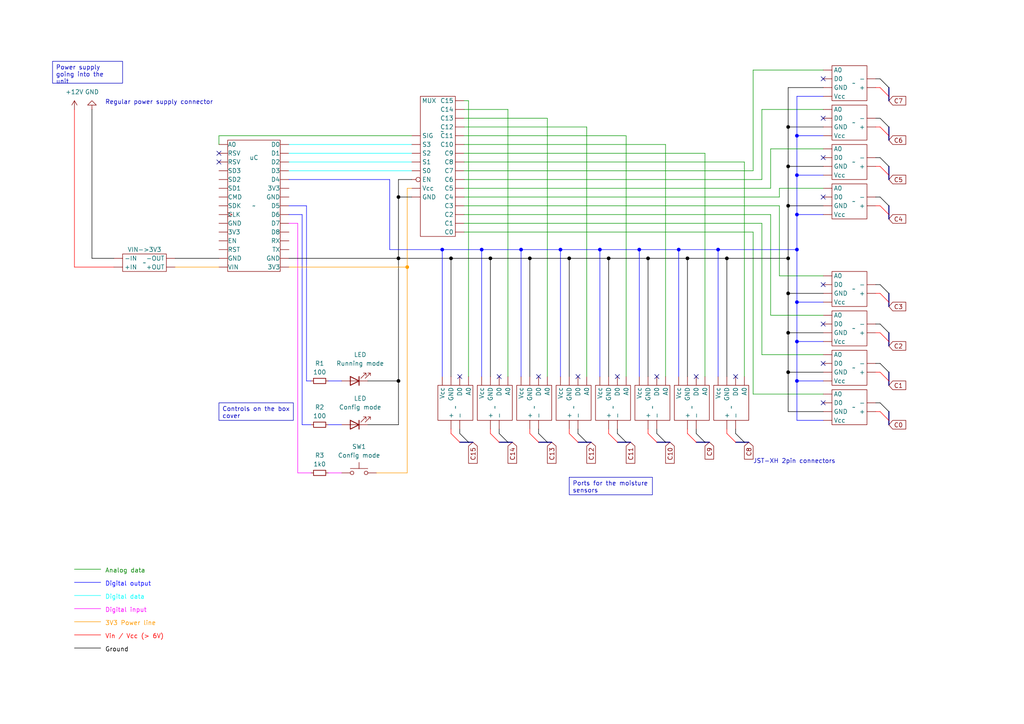
<source format=kicad_sch>
(kicad_sch (version 20230121) (generator eeschema)
  (paper "A4")
  (title_block (title "Mokro - Watchdog unit") (company "Mokro Hub") (comment 1 "Created by Jan Hendrych"))
  (lib_symbols
    (symbol "Device:LED" (pin_numbers hide) (pin_names (offset 1.016) hide)
      (property "Reference" "D" (at 0 2.54 0))
      (property "Value" "LED" (at 0 -2.54 0))
      (symbol "LED_0_1"
        (polyline (pts (xy -1.27 -1.27) (xy -1.27 1.27)) (stroke (width 0.254)))
        (polyline (pts (xy -1.27 0) (xy 1.27 0)))
        (polyline (pts (xy 1.27 -1.27) (xy 1.27 1.27) (xy -1.27 0) (xy 1.27 -1.27)) (stroke (width 0.254)))
        (polyline (pts (xy -3.048 -0.762) (xy -4.572 -2.286) (xy -3.81 -2.286) (xy -4.572 -2.286) (xy -4.572 -1.524)))
        (polyline (pts (xy -1.778 -0.762) (xy -3.302 -2.286) (xy -2.54 -2.286) (xy -3.302 -2.286) (xy -3.302 -1.524)))
      )
      (symbol "LED_1_1"
        (pin passive line (at -3.81 0 0) (length 2.54) (name "K") (number "1"))
        (pin passive line (at 3.81 0 180) (length 2.54) (name "A") (number "2"))
      )
    )
    (symbol "Device:R_Small" (pin_numbers hide) (pin_names (offset 0.254) hide)
      (property "Reference" "R" (at 0.762 0.508 0))
      (property "Value" "R_Small" (at 0.762 -1.016 0))
      (symbol "R_Small_0_1"
        (rectangle (start -0.762 1.778) (end 0.762 -1.778) (stroke (width 0.2032)))
      )
      (symbol "R_Small_1_1"
        (pin passive line (at 0 2.54 270) (length 0.762) (name "~") (number "1"))
        (pin passive line (at 0 -2.54 90) (length 0.762) (name "~") (number "2"))
      )
    )
    (symbol "Switch:SW_Push" (pin_numbers hide) (pin_names (offset 1.016) hide)
      (property "Reference" "SW" (at 1.27 2.54 0))
      (property "Value" "SW_Push" (at 0 -1.524 0))
      (symbol "SW_Push_0_1"
        (circle (center -2.032 0) (radius 0.508))
        (polyline (pts (xy 0 1.27) (xy 0 3.048)))
        (polyline (pts (xy 2.54 1.27) (xy -2.54 1.27)))
        (circle (center 2.032 0) (radius 0.508))
        (pin passive line (at -5.08 0 0) (length 2.54) (name "1") (number "1"))
        (pin passive line (at 5.08 0 180) (length 2.54) (name "2") (number "2"))
      )
    )
    (symbol "global_lib:4{colon}16_MUX"
      (property "Reference" "U" (at 1.27 16.51 0))
      (symbol "4{colon}16_MUX_0_1"
        (rectangle (start -5.08 20.32) (end 5.08 -20.32))
      )
      (symbol "4{colon}16_MUX_1_1"
        (pin bidirectional line (at -7.62 -19.05 0) (length 2.54) (name "C0") (number ""))
        (pin bidirectional line (at -7.62 -16.51 0) (length 2.54) (name "C1") (number ""))
        (pin bidirectional line (at -7.62 6.35 0) (length 2.54) (name "C10") (number ""))
        (pin bidirectional line (at -7.62 8.89 0) (length 2.54) (name "C11") (number ""))
        (pin bidirectional line (at -7.62 11.43 0) (length 2.54) (name "C12") (number ""))
        (pin bidirectional line (at -7.62 13.97 0) (length 2.54) (name "C13") (number ""))
        (pin bidirectional line (at -7.62 16.51 0) (length 2.54) (name "C14") (number ""))
        (pin bidirectional line (at -7.62 19.05 0) (length 2.54) (name "C15") (number ""))
        (pin bidirectional line (at -7.62 -13.97 0) (length 2.54) (name "C2") (number ""))
        (pin bidirectional line (at -7.62 -11.43 0) (length 2.54) (name "C3") (number ""))
        (pin bidirectional line (at -7.62 -8.89 0) (length 2.54) (name "C4") (number ""))
        (pin bidirectional line (at -7.62 -6.35 0) (length 2.54) (name "C5") (number ""))
        (pin bidirectional line (at -7.62 -3.81 0) (length 2.54) (name "C6") (number ""))
        (pin bidirectional line (at -7.62 -1.27 0) (length 2.54) (name "C7") (number ""))
        (pin bidirectional line (at -7.62 1.27 0) (length 2.54) (name "C8") (number ""))
        (pin bidirectional line (at -7.62 3.81 0) (length 2.54) (name "C9") (number ""))
        (pin bidirectional inverted (at 7.62 -3.81 180) (length 2.54) (name "EN") (number ""))
        (pin bidirectional line (at 7.62 -8.89 180) (length 2.54) (name "GND") (number ""))
        (pin bidirectional line (at 7.62 -1.27 180) (length 2.54) (name "S0") (number ""))
        (pin bidirectional line (at 7.62 1.27 180) (length 2.54) (name "S1") (number ""))
        (pin bidirectional line (at 7.62 3.81 180) (length 2.54) (name "S2") (number ""))
        (pin bidirectional line (at 7.62 6.35 180) (length 2.54) (name "S3") (number ""))
        (pin bidirectional line (at 7.62 8.89 180) (length 2.54) (name "SIG") (number ""))
        (pin bidirectional line (at 7.62 -6.35 180) (length 2.54) (name "Vcc") (number ""))
      )
    )
    (symbol "global_lib:IoT_ESP8266_Lua_NodeMcu_Amica" (pin_names (offset 0.002))
      (property "Reference" "U" (at 0 0 0))
      (symbol "IoT_ESP8266_Lua_NodeMcu_Amica_0_1"
        (rectangle (start -7.62 19.05) (end 7.62 -19.05))
      )
      (symbol "IoT_ESP8266_Lua_NodeMcu_Amica_1_1"
        (pin bidirectional line (at -10.16 -7.62 0) (length 2.54) (name "3V3") (number ""))
        (pin power_out line (at 10.16 -17.78 180) (length 2.54) (name "3V3") (number ""))
        (pin power_out line (at 10.16 5.08 180) (length 2.54) (name "3V3") (number ""))
        (pin bidirectional line (at -10.16 17.78 0) (length 2.54) (name "A0") (number ""))
        (pin bidirectional clock (at -10.16 -2.54 0) (length 2.54) (name "CLK") (number ""))
        (pin bidirectional line (at -10.16 2.54 0) (length 2.54) (name "CMD") (number ""))
        (pin bidirectional line (at 10.16 17.78 180) (length 2.54) (name "D0") (number ""))
        (pin bidirectional line (at 10.16 15.24 180) (length 2.54) (name "D1") (number ""))
        (pin bidirectional line (at 10.16 12.7 180) (length 2.54) (name "D2") (number ""))
        (pin bidirectional line (at 10.16 10.16 180) (length 2.54) (name "D3") (number ""))
        (pin bidirectional line (at 10.16 7.62 180) (length 2.54) (name "D4") (number ""))
        (pin bidirectional line (at 10.16 0 180) (length 2.54) (name "D5") (number ""))
        (pin bidirectional line (at 10.16 -2.54 180) (length 2.54) (name "D6") (number ""))
        (pin bidirectional line (at 10.16 -5.08 180) (length 2.54) (name "D7") (number ""))
        (pin bidirectional line (at 10.16 -7.62 180) (length 2.54) (name "D8") (number ""))
        (pin bidirectional line (at -10.16 -10.16 0) (length 2.54) (name "EN") (number ""))
        (pin bidirectional line (at -10.16 -15.24 0) (length 2.54) (name "GND") (number ""))
        (pin bidirectional line (at -10.16 -5.08 0) (length 2.54) (name "GND") (number ""))
        (pin passive line (at 10.16 -15.24 180) (length 2.54) (name "GND") (number ""))
        (pin passive line (at 10.16 2.54 180) (length 2.54) (name "GND") (number ""))
        (pin bidirectional line (at -10.16 -12.7 0) (length 2.54) (name "RST") (number ""))
        (pin unspecified line (at -10.16 12.7 0) (length 2.54) (name "RSV") (number ""))
        (pin unspecified line (at -10.16 15.24 0) (length 2.54) (name "RSV") (number ""))
        (pin input line (at 10.16 -10.16 180) (length 2.54) (name "RX") (number ""))
        (pin tri_state line (at -10.16 5.08 0) (length 2.54) (name "SD1") (number ""))
        (pin tri_state line (at -10.16 7.62 0) (length 2.54) (name "SD2") (number ""))
        (pin tri_state line (at -10.16 10.16 0) (length 2.54) (name "SD3") (number ""))
        (pin bidirectional line (at -10.16 0 0) (length 2.54) (name "SDK") (number ""))
        (pin output line (at 10.16 -12.7 180) (length 2.54) (name "TX") (number ""))
        (pin bidirectional line (at -10.16 -17.78 0) (length 2.54) (name "VIN") (number ""))
      )
    )
    (symbol "global_lib:LM393_IC_comparator"
      (symbol "LM393_IC_comparator_0_1"
        (rectangle (start -5.08 5.08) (end 5.08 -5.08))
      )
      (symbol "LM393_IC_comparator_1_1"
        (pin bidirectional line (at -7.62 1.27 0) (length 2.54) (name "+") (number ""))
        (pin bidirectional line (at -7.62 -1.27 0) (length 2.54) (name "-") (number ""))
        (pin bidirectional line (at 7.62 -3.81 180) (length 2.54) (name "A0") (number ""))
        (pin bidirectional line (at 7.62 -1.27 180) (length 2.54) (name "D0") (number ""))
        (pin bidirectional line (at 7.62 1.27 180) (length 2.54) (name "GND") (number ""))
        (pin bidirectional line (at 7.62 3.81 180) (length 2.54) (name "Vcc") (number ""))
      )
    )
    (symbol "global_lib:Step-Down"
      (property "Reference" "T" (at 0 0 0))
      (symbol "Step-Down_0_1"
        (rectangle (start -6.35 2.54) (end 6.35 -2.54))
      )
      (symbol "Step-Down_1_1"
        (pin power_in line (at -8.89 1.27 0) (length 2.54) (name "+IN") (number ""))
        (pin power_out line (at 8.89 1.27 180) (length 2.54) (name "+OUT") (number ""))
        (pin power_in line (at -8.89 -1.27 0) (length 2.54) (name "-IN") (number ""))
        (pin power_out line (at 8.89 -1.27 180) (length 2.54) (name "-OUT") (number ""))
      )
    )
    (symbol "power:+12V" (power) (pin_names (offset 0))
      (property "Value" "+12V" (at 0 3.556 0))
      (symbol "+12V_0_1"
        (polyline (pts (xy -0.762 1.27) (xy 0 2.54)))
        (polyline (pts (xy 0 0) (xy 0 2.54)))
        (polyline (pts (xy 0 2.54) (xy 0.762 1.27)))
      )
      (symbol "+12V_1_1"
        (pin power_in line (at 0 0 90) (length 0) hide (name "+12V") (number "1"))
      )
    )
    (symbol "power:GND" (power) (pin_names (offset 0))
      (property "Value" "GND" (at 0 -3.81 0))
      (symbol "GND_0_1"
        (polyline (pts (xy 0 0) (xy 0 -1.27) (xy 1.27 -1.27) (xy 0 -2.54) (xy -1.27 -1.27) (xy 0 -1.27)))
      )
      (symbol "GND_1_1"
        (pin power_in line (at 0 0 270) (length 0) hide (name "GND") (number "1"))
      )
    )
  )
  (junction (at 187.96 74.93) (color 0 0 0 1))
  (junction (at 176.53 74.93) (color 0 0 0 1))
  (junction (at 142.24 74.93) (color 0 0 0 1))
  (junction (at 115.57 57.15) (color 0 0 0 1))
  (junction (at 231.14 99.06) (color 0 0 255 1))
  (junction (at 210.82 74.93) (color 0 0 0 1))
  (junction (at 231.14 72.39) (color 0 0 255 1))
  (junction (at 228.6 48.26) (color 0 0 0 1))
  (junction (at 228.6 96.52) (color 0 0 0 1))
  (junction (at 231.14 39.37) (color 0 0 255 1))
  (junction (at 231.14 110.49) (color 0 0 255 1))
  (junction (at 228.6 36.83) (color 0 0 0 1))
  (junction (at 228.6 74.93) (color 0 0 0 1))
  (junction (at 231.14 87.63) (color 0 0 255 1))
  (junction (at 231.14 62.23) (color 0 0 255 1))
  (junction (at 115.57 74.93) (color 0 0 0 1))
  (junction (at 228.6 107.95) (color 0 0 0 1))
  (junction (at 228.6 59.69) (color 0 0 0 1))
  (junction (at 185.42 72.39) (color 0 0 255 1))
  (junction (at 118.11 77.47) (color 255 153 0 1))
  (junction (at 196.85 72.39) (color 0 0 255 1))
  (junction (at 153.67 74.93) (color 0 0 0 1))
  (junction (at 208.28 72.39) (color 0 0 255 1))
  (junction (at 139.7 72.39) (color 0 0 255 1))
  (junction (at 115.57 110.49) (color 0 0 0 1))
  (junction (at 165.1 74.93) (color 0 0 0 1))
  (junction (at 130.81 74.93) (color 0 0 0 1))
  (junction (at 151.13 72.39) (color 0 0 255 1))
  (junction (at 162.56 72.39) (color 0 0 255 1))
  (junction (at 199.39 74.93) (color 0 0 0 1))
  (junction (at 173.99 72.39) (color 0 0 255 1))
  (junction (at 231.14 50.8) (color 0 0 255 1))
  (junction (at 128.27 72.39) (color 0 0 255 1))
  (junction (at 228.6 85.09) (color 0 0 0 1))
  (no_connect (at 238.76 116.84))
  (no_connect (at 238.76 57.15))
  (no_connect (at 167.64 109.22))
  (no_connect (at 238.76 82.55))
  (no_connect (at 144.78 109.22))
  (no_connect (at 201.93 109.22))
  (no_connect (at 238.76 105.41))
  (no_connect (at 190.5 109.22))
  (no_connect (at 63.5 44.45))
  (no_connect (at 213.36 109.22))
  (no_connect (at 238.76 22.86))
  (no_connect (at 133.35 109.22))
  (no_connect (at 238.76 45.72))
  (no_connect (at 238.76 34.29))
  (no_connect (at 179.07 109.22))
  (no_connect (at 156.21 109.22))
  (no_connect (at 63.5 46.99))
  (no_connect (at 238.76 93.98))
  (bus_entry (at 255.27 96.52) (size 2.54 2.54) (stroke (width 0) (color 255 0 0 1)))
  (bus_entry (at 255.27 48.26) (size 2.54 2.54) (stroke (width 0) (color 255 0 0 1)))
  (bus_entry (at 255.27 34.29) (size 2.54 2.54) (stroke (width 0) (color 0 0 0 1)))
  (bus_entry (at 255.27 36.83) (size 2.54 2.54) (stroke (width 0) (color 255 0 0 1)))
  (bus_entry (at 210.82 125.73) (size 2.54 2.54) (stroke (width 0) (color 255 0 0 1)))
  (bus_entry (at 255.27 105.41) (size 2.54 2.54) (stroke (width 0) (color 0 0 0 1)))
  (bus_entry (at 255.27 119.38) (size 2.54 2.54) (stroke (width 0) (color 255 0 0 1)))
  (bus_entry (at 179.07 125.73) (size 2.54 2.54) (stroke (width 0) (color 0 0 0 1)))
  (bus_entry (at 255.27 82.55) (size 2.54 2.54) (stroke (width 0) (color 0 0 0 1)))
  (bus_entry (at 187.96 125.73) (size 2.54 2.54) (stroke (width 0) (color 255 0 0 1)))
  (bus_entry (at 255.27 93.98) (size 2.54 2.54) (stroke (width 0) (color 0 0 0 1)))
  (bus_entry (at 199.39 125.73) (size 2.54 2.54) (stroke (width 0) (color 255 0 0 1)))
  (bus_entry (at 176.53 125.73) (size 2.54 2.54) (stroke (width 0) (color 255 0 0 1)))
  (bus_entry (at 165.1 125.73) (size 2.54 2.54) (stroke (width 0) (color 255 0 0 1)))
  (bus_entry (at 255.27 22.86) (size 2.54 2.54) (stroke (width 0) (color 0 0 0 1)))
  (bus_entry (at 144.78 125.73) (size 2.54 2.54) (stroke (width 0) (color 0 0 0 1)))
  (bus_entry (at 255.27 107.95) (size 2.54 2.54) (stroke (width 0) (color 255 0 0 1)))
  (bus_entry (at 142.24 125.73) (size 2.54 2.54) (stroke (width 0) (color 255 0 0 1)))
  (bus_entry (at 255.27 25.4) (size 2.54 2.54) (stroke (width 0) (color 255 0 0 1)))
  (bus_entry (at 201.93 125.73) (size 2.54 2.54) (stroke (width 0) (color 0 0 0 1)))
  (bus_entry (at 255.27 59.69) (size 2.54 2.54) (stroke (width 0) (color 255 0 0 1)))
  (bus_entry (at 213.36 125.73) (size 2.54 2.54) (stroke (width 0) (color 0 0 0 1)))
  (bus_entry (at 156.21 125.73) (size 2.54 2.54) (stroke (width 0) (color 0 0 0 1)))
  (bus_entry (at 255.27 85.09) (size 2.54 2.54) (stroke (width 0) (color 255 0 0 1)))
  (bus_entry (at 255.27 57.15) (size 2.54 2.54) (stroke (width 0) (color 0 0 0 1)))
  (bus_entry (at 167.64 125.73) (size 2.54 2.54) (stroke (width 0) (color 0 0 0 1)))
  (bus_entry (at 255.27 116.84) (size 2.54 2.54) (stroke (width 0) (color 0 0 0 1)))
  (bus_entry (at 153.67 125.73) (size 2.54 2.54) (stroke (width 0) (color 255 0 0 1)))
  (bus_entry (at 190.5 125.73) (size 2.54 2.54) (stroke (width 0) (color 0 0 0 1)))
  (bus_entry (at 255.27 45.72) (size 2.54 2.54) (stroke (width 0) (color 0 0 0 1)))
  (bus_entry (at 133.35 125.73) (size 2.54 2.54) (stroke (width 0) (color 0 0 0 1)))
  (bus_entry (at 130.81 125.73) (size 2.54 2.54) (stroke (width 0) (color 255 0 0 1)))
  (wire (pts (xy 130.81 109.22) (xy 130.81 74.93)) (stroke (width 0) (color 0 0 0 1)))
  (wire (pts (xy 151.13 72.39) (xy 151.13 109.22)) (stroke (width 0) (color 0 0 255 1)))
  (wire (pts (xy 118.11 54.61) (xy 119.38 54.61)) (stroke (width 0) (color 255 153 0 1)))
  (wire (pts (xy 210.82 124.46) (xy 210.82 125.73)) (stroke (width 0) (color 255 0 0 1)))
  (wire (pts (xy 83.82 62.23) (xy 87.63 62.23)) (stroke (width 0) (color 0 0 255 1)))
  (wire (pts (xy 86.36 137.16) (xy 90.17 137.16)) (stroke (width 0) (color 255 0 255 1)))
  (wire (pts (xy 21.59 184.15) (xy 29.21 184.15)) (stroke (width 0) (color 255 0 0 1)))
  (wire (pts (xy 95.25 110.49) (xy 99.06 110.49)) (stroke (width 0) (color 0 0 255 1)))
  (wire (pts (xy 128.27 72.39) (xy 128.27 109.22)) (stroke (width 0) (color 0 0 255 1)))
  (wire (pts (xy 115.57 52.07) (xy 119.38 52.07)) (stroke (width 0) (color 0 0 0 1)))
  (wire (pts (xy 254 22.86) (xy 255.27 22.86)) (stroke (width 0) (color 0 0 0 1)))
  (wire (pts (xy 113.03 72.39) (xy 128.27 72.39)) (stroke (width 0) (color 0 0 255 1)))
  (wire (pts (xy 187.96 124.46) (xy 187.96 125.73)) (stroke (width 0) (color 255 0 0 1)))
  (wire (pts (xy 231.14 72.39) (xy 208.28 72.39)) (stroke (width 0) (color 0 0 255 1)))
  (wire (pts (xy 134.62 49.53) (xy 218.44 49.53)))
  (bus (pts (xy 193.04 128.27) (xy 194.31 128.27)))
  (wire (pts (xy 21.59 176.53) (xy 29.21 176.53)) (stroke (width 0) (color 255 0 255 1)))
  (wire (pts (xy 134.62 36.83) (xy 170.18 36.83)))
  (bus (pts (xy 201.93 128.27) (xy 204.47 128.27)))
  (wire (pts (xy 238.76 121.92) (xy 231.14 121.92)) (stroke (width 0) (color 0 0 255 1)))
  (wire (pts (xy 218.44 20.32) (xy 238.76 20.32)))
  (wire (pts (xy 21.59 187.96) (xy 29.21 187.96)) (stroke (width 0) (color 0 0 0 1)))
  (bus (pts (xy 257.81 96.52) (xy 257.81 99.06)))
  (bus (pts (xy 167.64 128.27) (xy 170.18 128.27)))
  (wire (pts (xy 86.36 64.77) (xy 86.36 137.16)) (stroke (width 0) (color 255 0 255 1)))
  (wire (pts (xy 223.52 91.44) (xy 238.76 91.44)))
  (wire (pts (xy 254 116.84) (xy 255.27 116.84)) (stroke (width 0) (color 0 0 0 1)))
  (wire (pts (xy 254 85.09) (xy 255.27 85.09)) (stroke (width 0) (color 255 0 0 1)))
  (wire (pts (xy 196.85 72.39) (xy 196.85 109.22)) (stroke (width 0) (color 0 0 255 1)))
  (wire (pts (xy 196.85 72.39) (xy 208.28 72.39)) (stroke (width 0) (color 0 0 255 1)))
  (wire (pts (xy 231.14 50.8) (xy 238.76 50.8)) (stroke (width 0) (color 0 0 255 1)))
  (wire (pts (xy 134.62 57.15) (xy 226.06 57.15)))
  (wire (pts (xy 83.82 52.07) (xy 113.03 52.07)) (stroke (width 0) (color 0 0 255 1)))
  (wire (pts (xy 238.76 107.95) (xy 228.6 107.95)) (stroke (width 0) (color 0 0 0 1)))
  (wire (pts (xy 179.07 124.46) (xy 179.07 125.73)) (stroke (width 0) (color 0 0 0 1)))
  (wire (pts (xy 176.53 124.46) (xy 176.53 125.73)) (stroke (width 0) (color 255 0 0 1)))
  (wire (pts (xy 228.6 59.69) (xy 238.76 59.69)) (stroke (width 0) (color 0 0 0 1)))
  (bus (pts (xy 257.81 99.06) (xy 257.81 100.33)))
  (wire (pts (xy 254 82.55) (xy 255.27 82.55)) (stroke (width 0) (color 0 0 0 1)))
  (wire (pts (xy 83.82 59.69) (xy 88.9 59.69)) (stroke (width 0) (color 0 0 255 1)))
  (wire (pts (xy 199.39 74.93) (xy 199.39 109.22)) (stroke (width 0) (color 0 0 0 1)))
  (wire (pts (xy 21.59 168.91) (xy 29.21 168.91)) (stroke (width 0) (color 0 0 255 1)))
  (wire (pts (xy 142.24 124.46) (xy 142.24 125.73)) (stroke (width 0) (color 255 0 0 1)))
  (wire (pts (xy 153.67 74.93) (xy 153.67 109.22)) (stroke (width 0) (color 0 0 0 1)))
  (wire (pts (xy 254 45.72) (xy 255.27 45.72)) (stroke (width 0) (color 0 0 0 1)))
  (wire (pts (xy 83.82 49.53) (xy 119.38 49.53)) (stroke (width 0) (color 0 255 255 1)))
  (wire (pts (xy 115.57 74.93) (xy 115.57 57.15)) (stroke (width 0) (color 0 0 0 1)))
  (wire (pts (xy 185.42 72.39) (xy 196.85 72.39)) (stroke (width 0) (color 0 0 255 1)))
  (bus (pts (xy 257.81 39.37) (xy 257.81 40.64)))
  (wire (pts (xy 218.44 49.53) (xy 218.44 20.32)))
  (wire (pts (xy 210.82 74.93) (xy 210.82 109.22)) (stroke (width 0) (color 0 0 0 1)))
  (wire (pts (xy 254 59.69) (xy 255.27 59.69)) (stroke (width 0) (color 255 0 0 1)))
  (wire (pts (xy 118.11 137.16) (xy 118.11 77.47)) (stroke (width 0) (color 255 153 0 1)))
  (wire (pts (xy 238.76 27.94) (xy 231.14 27.94)) (stroke (width 0) (color 0 0 255 1)))
  (wire (pts (xy 231.14 87.63) (xy 231.14 72.39)) (stroke (width 0) (color 0 0 255 1)))
  (wire (pts (xy 204.47 44.45) (xy 204.47 109.22)))
  (wire (pts (xy 21.59 165.1) (xy 29.21 165.1)))
  (wire (pts (xy 151.13 72.39) (xy 162.56 72.39)) (stroke (width 0) (color 0 0 255 1)))
  (wire (pts (xy 134.62 31.75) (xy 147.32 31.75)))
  (wire (pts (xy 228.6 48.26) (xy 238.76 48.26)) (stroke (width 0) (color 0 0 0 1)))
  (bus (pts (xy 190.5 128.27) (xy 193.04 128.27)))
  (wire (pts (xy 162.56 72.39) (xy 173.99 72.39)) (stroke (width 0) (color 0 0 255 1)))
  (bus (pts (xy 257.81 87.63) (xy 257.81 88.9)))
  (wire (pts (xy 210.82 74.93) (xy 228.6 74.93)) (stroke (width 0) (color 0 0 0 1)))
  (wire (pts (xy 115.57 110.49) (xy 115.57 123.19)) (stroke (width 0) (color 0 0 0 1)))
  (bus (pts (xy 133.35 128.27) (xy 135.89 128.27)))
  (wire (pts (xy 231.14 110.49) (xy 231.14 99.06)) (stroke (width 0) (color 0 0 255 1)))
  (wire (pts (xy 231.14 39.37) (xy 238.76 39.37)) (stroke (width 0) (color 0 0 255 1)))
  (wire (pts (xy 83.82 41.91) (xy 119.38 41.91)) (stroke (width 0) (color 0 255 255 1)))
  (wire (pts (xy 254 48.26) (xy 255.27 48.26)) (stroke (width 0) (color 255 0 0 1)))
  (wire (pts (xy 134.62 46.99) (xy 215.9 46.99)))
  (bus (pts (xy 170.18 128.27) (xy 171.45 128.27)))
  (wire (pts (xy 139.7 72.39) (xy 139.7 109.22)) (stroke (width 0) (color 0 0 255 1)))
  (wire (pts (xy 88.9 59.69) (xy 88.9 110.49)) (stroke (width 0) (color 0 0 255 1)))
  (wire (pts (xy 162.56 72.39) (xy 162.56 109.22)) (stroke (width 0) (color 0 0 255 1)))
  (wire (pts (xy 158.75 34.29) (xy 158.75 109.22)))
  (bus (pts (xy 213.36 128.27) (xy 215.9 128.27)))
  (bus (pts (xy 257.81 121.92) (xy 257.81 123.19)))
  (bus (pts (xy 257.81 48.26) (xy 257.81 50.8)))
  (wire (pts (xy 231.14 62.23) (xy 231.14 72.39)) (stroke (width 0) (color 0 0 255 1)))
  (wire (pts (xy 115.57 57.15) (xy 115.57 52.07)) (stroke (width 0) (color 0 0 0 1)))
  (wire (pts (xy 134.62 44.45) (xy 204.47 44.45)))
  (wire (pts (xy 238.76 25.4) (xy 228.6 25.4)) (stroke (width 0) (color 0 0 0 1)))
  (wire (pts (xy 139.7 72.39) (xy 151.13 72.39)) (stroke (width 0) (color 0 0 255 1)))
  (wire (pts (xy 142.24 109.22) (xy 142.24 74.93)) (stroke (width 0) (color 0 0 0 1)))
  (bus (pts (xy 215.9 128.27) (xy 217.17 128.27)))
  (wire (pts (xy 228.6 96.52) (xy 228.6 85.09)) (stroke (width 0) (color 0 0 0 1)))
  (wire (pts (xy 228.6 59.69) (xy 228.6 74.93)) (stroke (width 0) (color 0 0 0 1)))
  (wire (pts (xy 193.04 41.91) (xy 193.04 109.22)))
  (wire (pts (xy 134.62 64.77) (xy 220.98 64.77)))
  (wire (pts (xy 223.52 43.18) (xy 238.76 43.18)))
  (wire (pts (xy 118.11 77.47) (xy 118.11 54.61)) (stroke (width 0) (color 255 153 0 1)))
  (wire (pts (xy 142.24 74.93) (xy 153.67 74.93)) (stroke (width 0) (color 0 0 0 1)))
  (wire (pts (xy 165.1 74.93) (xy 176.53 74.93)) (stroke (width 0) (color 0 0 0 1)))
  (wire (pts (xy 134.62 67.31) (xy 218.44 67.31)))
  (wire (pts (xy 134.62 62.23) (xy 223.52 62.23)))
  (wire (pts (xy 254 34.29) (xy 255.27 34.29)) (stroke (width 0) (color 0 0 0 1)))
  (wire (pts (xy 21.59 31.75) (xy 21.59 77.47)) (stroke (width 0) (color 255 0 0 1)))
  (wire (pts (xy 21.59 180.34) (xy 29.21 180.34)) (stroke (width 0) (color 255 153 0 1)))
  (wire (pts (xy 231.14 121.92) (xy 231.14 110.49)) (stroke (width 0) (color 0 0 255 1)))
  (wire (pts (xy 223.52 54.61) (xy 223.52 43.18)))
  (wire (pts (xy 176.53 74.93) (xy 187.96 74.93)) (stroke (width 0) (color 0 0 0 1)))
  (wire (pts (xy 176.53 74.93) (xy 176.53 109.22)) (stroke (width 0) (color 0 0 0 1)))
  (wire (pts (xy 144.78 124.46) (xy 144.78 125.73)) (stroke (width 0) (color 0 0 0 1)))
  (wire (pts (xy 226.06 80.01) (xy 238.76 80.01)))
  (wire (pts (xy 254 93.98) (xy 255.27 93.98)) (stroke (width 0) (color 0 0 0 1)))
  (wire (pts (xy 231.14 27.94) (xy 231.14 39.37)) (stroke (width 0) (color 0 0 255 1)))
  (wire (pts (xy 50.8 77.47) (xy 63.5 77.47)) (stroke (width 0) (color 255 153 0 1)))
  (wire (pts (xy 113.03 52.07) (xy 113.03 72.39)) (stroke (width 0) (color 0 0 255 1)))
  (wire (pts (xy 226.06 59.69) (xy 226.06 80.01)))
  (bus (pts (xy 257.81 62.23) (xy 257.81 63.5)))
  (wire (pts (xy 135.89 29.21) (xy 135.89 109.22)))
  (wire (pts (xy 254 105.41) (xy 255.27 105.41)) (stroke (width 0) (color 0 0 0 1)))
  (wire (pts (xy 226.06 57.15) (xy 226.06 54.61)))
  (wire (pts (xy 134.62 59.69) (xy 226.06 59.69)))
  (wire (pts (xy 119.38 39.37) (xy 63.5 39.37)))
  (wire (pts (xy 231.14 110.49) (xy 238.76 110.49)) (stroke (width 0) (color 0 0 255 1)))
  (wire (pts (xy 134.62 39.37) (xy 181.61 39.37)))
  (wire (pts (xy 254 107.95) (xy 255.27 107.95)) (stroke (width 0) (color 255 0 0 1)))
  (wire (pts (xy 213.36 124.46) (xy 213.36 125.73)) (stroke (width 0) (color 0 0 0 1)))
  (wire (pts (xy 50.8 74.93) (xy 63.5 74.93)) (stroke (width 0) (color 0 0 0 1)))
  (wire (pts (xy 228.6 25.4) (xy 228.6 36.83)) (stroke (width 0) (color 0 0 0 1)))
  (wire (pts (xy 115.57 74.93) (xy 115.57 110.49)) (stroke (width 0) (color 0 0 0 1)))
  (wire (pts (xy 26.67 31.75) (xy 26.67 74.93)) (stroke (width 0) (color 0 0 0 1)))
  (wire (pts (xy 165.1 74.93) (xy 165.1 109.22)) (stroke (width 0) (color 0 0 0 1)))
  (wire (pts (xy 109.22 137.16) (xy 118.11 137.16)) (stroke (width 0) (color 255 153 0 1)))
  (wire (pts (xy 218.44 67.31) (xy 218.44 114.3)))
  (wire (pts (xy 238.76 96.52) (xy 228.6 96.52)) (stroke (width 0) (color 0 0 0 1)))
  (bus (pts (xy 257.81 107.95) (xy 257.81 110.49)))
  (bus (pts (xy 257.81 27.94) (xy 257.81 29.21)))
  (wire (pts (xy 83.82 74.93) (xy 115.57 74.93)) (stroke (width 0) (color 0 0 0 1)))
  (bus (pts (xy 257.81 50.8) (xy 257.81 52.07)))
  (wire (pts (xy 228.6 36.83) (xy 228.6 48.26)) (stroke (width 0) (color 0 0 0 1)))
  (wire (pts (xy 218.44 114.3) (xy 238.76 114.3)))
  (wire (pts (xy 201.93 124.46) (xy 201.93 125.73)) (stroke (width 0) (color 0 0 0 1)))
  (bus (pts (xy 181.61 128.27) (xy 182.88 128.27)))
  (wire (pts (xy 199.39 124.46) (xy 199.39 125.73)) (stroke (width 0) (color 255 0 0 1)))
  (wire (pts (xy 231.14 99.06) (xy 238.76 99.06)) (stroke (width 0) (color 0 0 255 1)))
  (wire (pts (xy 226.06 54.61) (xy 238.76 54.61)))
  (wire (pts (xy 254 25.4) (xy 255.27 25.4)) (stroke (width 0) (color 255 0 0 1)))
  (bus (pts (xy 257.81 110.49) (xy 257.81 111.76)))
  (wire (pts (xy 181.61 39.37) (xy 181.61 109.22)))
  (wire (pts (xy 87.63 62.23) (xy 87.63 123.19)) (stroke (width 0) (color 0 0 255 1)))
  (wire (pts (xy 165.1 124.46) (xy 165.1 125.73)) (stroke (width 0) (color 255 0 0 1)))
  (wire (pts (xy 128.27 72.39) (xy 139.7 72.39)) (stroke (width 0) (color 0 0 255 1)))
  (wire (pts (xy 147.32 31.75) (xy 147.32 109.22)))
  (wire (pts (xy 83.82 77.47) (xy 118.11 77.47)) (stroke (width 0) (color 255 153 0 1)))
  (bus (pts (xy 158.75 128.27) (xy 160.02 128.27)))
  (wire (pts (xy 106.68 123.19) (xy 115.57 123.19)) (stroke (width 0) (color 0 0 0 1)))
  (wire (pts (xy 254 36.83) (xy 255.27 36.83)) (stroke (width 0) (color 255 0 0 1)))
  (wire (pts (xy 238.76 119.38) (xy 228.6 119.38)) (stroke (width 0) (color 0 0 0 1)))
  (wire (pts (xy 231.14 50.8) (xy 231.14 62.23)) (stroke (width 0) (color 0 0 255 1)))
  (wire (pts (xy 220.98 52.07) (xy 220.98 31.75)))
  (wire (pts (xy 254 57.15) (xy 255.27 57.15)) (stroke (width 0) (color 0 0 0 1)))
  (wire (pts (xy 199.39 74.93) (xy 210.82 74.93)) (stroke (width 0) (color 0 0 0 1)))
  (wire (pts (xy 167.64 124.46) (xy 167.64 125.73)) (stroke (width 0) (color 0 0 0 1)))
  (wire (pts (xy 231.14 62.23) (xy 238.76 62.23)) (stroke (width 0) (color 0 0 255 1)))
  (bus (pts (xy 257.81 25.4) (xy 257.81 27.94)))
  (wire (pts (xy 21.59 172.72) (xy 29.21 172.72)) (stroke (width 0) (color 0 255 255 1)))
  (wire (pts (xy 142.24 74.93) (xy 130.81 74.93)) (stroke (width 0) (color 0 0 0 1)))
  (wire (pts (xy 95.25 123.19) (xy 99.06 123.19)) (stroke (width 0) (color 0 0 255 1)))
  (wire (pts (xy 83.82 46.99) (xy 119.38 46.99)) (stroke (width 0) (color 0 255 255 1)))
  (wire (pts (xy 173.99 72.39) (xy 185.42 72.39)) (stroke (width 0) (color 0 0 255 1)))
  (wire (pts (xy 208.28 72.39) (xy 208.28 109.22)) (stroke (width 0) (color 0 0 255 1)))
  (wire (pts (xy 134.62 52.07) (xy 220.98 52.07)))
  (wire (pts (xy 130.81 124.46) (xy 130.81 125.73)) (stroke (width 0) (color 255 0 0 1)))
  (wire (pts (xy 185.42 72.39) (xy 185.42 109.22)) (stroke (width 0) (color 0 0 255 1)))
  (wire (pts (xy 220.98 102.87) (xy 238.76 102.87)))
  (wire (pts (xy 231.14 39.37) (xy 231.14 50.8)) (stroke (width 0) (color 0 0 255 1)))
  (wire (pts (xy 190.5 124.46) (xy 190.5 125.73)) (stroke (width 0) (color 0 0 0 1)))
  (wire (pts (xy 153.67 124.46) (xy 153.67 125.73)) (stroke (width 0) (color 255 0 0 1)))
  (wire (pts (xy 156.21 124.46) (xy 156.21 125.73)) (stroke (width 0) (color 0 0 0 1)))
  (bus (pts (xy 257.81 119.38) (xy 257.81 121.92)))
  (wire (pts (xy 83.82 44.45) (xy 119.38 44.45)) (stroke (width 0) (color 0 255 255 1)))
  (wire (pts (xy 228.6 85.09) (xy 228.6 74.93)) (stroke (width 0) (color 0 0 0 1)))
  (wire (pts (xy 215.9 46.99) (xy 215.9 109.22)))
  (wire (pts (xy 83.82 64.77) (xy 86.36 64.77)) (stroke (width 0) (color 255 0 255 1)))
  (bus (pts (xy 257.81 85.09) (xy 257.81 87.63)))
  (bus (pts (xy 179.07 128.27) (xy 181.61 128.27)))
  (wire (pts (xy 130.81 74.93) (xy 115.57 74.93)) (stroke (width 0) (color 0 0 0 1)))
  (wire (pts (xy 187.96 74.93) (xy 199.39 74.93)) (stroke (width 0) (color 0 0 0 1)))
  (wire (pts (xy 95.25 137.16) (xy 99.06 137.16)) (stroke (width 0) (color 255 0 255 1)))
  (wire (pts (xy 115.57 57.15) (xy 119.38 57.15)) (stroke (width 0) (color 0 0 0 1)))
  (bus (pts (xy 257.81 36.83) (xy 257.81 39.37)))
  (wire (pts (xy 134.62 34.29) (xy 158.75 34.29)))
  (wire (pts (xy 134.62 41.91) (xy 193.04 41.91)))
  (bus (pts (xy 156.21 128.27) (xy 158.75 128.27)))
  (wire (pts (xy 106.68 110.49) (xy 115.57 110.49)) (stroke (width 0) (color 0 0 0 1)))
  (wire (pts (xy 228.6 36.83) (xy 238.76 36.83)) (stroke (width 0) (color 0 0 0 1)))
  (wire (pts (xy 153.67 74.93) (xy 165.1 74.93)) (stroke (width 0) (color 0 0 0 1)))
  (wire (pts (xy 21.59 77.47) (xy 33.02 77.47)) (stroke (width 0) (color 255 0 0 1)))
  (wire (pts (xy 26.67 74.93) (xy 33.02 74.93)) (stroke (width 0) (color 0 0 0 1)))
  (wire (pts (xy 228.6 119.38) (xy 228.6 107.95)) (stroke (width 0) (color 0 0 0 1)))
  (bus (pts (xy 144.78 128.27) (xy 147.32 128.27)))
  (bus (pts (xy 204.47 128.27) (xy 205.74 128.27)))
  (wire (pts (xy 220.98 31.75) (xy 238.76 31.75)))
  (wire (pts (xy 170.18 36.83) (xy 170.18 109.22)))
  (wire (pts (xy 254 96.52) (xy 255.27 96.52)) (stroke (width 0) (color 255 0 0 1)))
  (wire (pts (xy 187.96 74.93) (xy 187.96 109.22)) (stroke (width 0) (color 0 0 0 1)))
  (wire (pts (xy 228.6 48.26) (xy 228.6 59.69)) (stroke (width 0) (color 0 0 0 1)))
  (wire (pts (xy 231.14 99.06) (xy 231.14 87.63)) (stroke (width 0) (color 0 0 255 1)))
  (wire (pts (xy 223.52 62.23) (xy 223.52 91.44)))
  (wire (pts (xy 173.99 72.39) (xy 173.99 109.22)) (stroke (width 0) (color 0 0 255 1)))
  (wire (pts (xy 88.9 110.49) (xy 90.17 110.49)) (stroke (width 0) (color 0 0 255 1)))
  (wire (pts (xy 238.76 85.09) (xy 228.6 85.09)) (stroke (width 0) (color 0 0 0 1)))
  (wire (pts (xy 220.98 64.77) (xy 220.98 102.87)))
  (bus (pts (xy 257.81 59.69) (xy 257.81 62.23)))
  (wire (pts (xy 228.6 107.95) (xy 228.6 96.52)) (stroke (width 0) (color 0 0 0 1)))
  (wire (pts (xy 254 119.38) (xy 255.27 119.38)) (stroke (width 0) (color 255 0 0 1)))
  (bus (pts (xy 147.32 128.27) (xy 148.59 128.27)))
  (wire (pts (xy 135.89 29.21) (xy 134.62 29.21)))
  (bus (pts (xy 135.89 128.27) (xy 137.16 128.27)))
  (wire (pts (xy 87.63 123.19) (xy 90.17 123.19)) (stroke (width 0) (color 0 0 255 1)))
  (wire (pts (xy 63.5 39.37) (xy 63.5 41.91)))
  (wire (pts (xy 133.35 124.46) (xy 133.35 125.73)) (stroke (width 0) (color 0 0 0 1)))
  (wire (pts (xy 134.62 54.61) (xy 223.52 54.61)))
  (wire (pts (xy 231.14 87.63) (xy 238.76 87.63)) (stroke (width 0) (color 0 0 255 1)))
  (text_box "Power supply going into the unit" (at 15.24 17.78 0) (size 20.32 6.35) (effects (font (size 1.27 1.27)) (justify left top)))
  (text_box "Controls on the box cover" (at 63.5 116.84 0) (size 21.59 5.08) (effects (font (size 1.27 1.27)) (justify left top)))
  (text_box "Ports for the moisture sensors" (at 165.1 138.43 0) (size 24.13 5.08) (effects (font (size 1.27 1.27)) (justify left top)))
  (text "3V3 Power line" (at 30.48 181.61 0) (effects (font (size 1.27 1.27)) (justify left bottom)))
  (text "Regular power supply connector" (at 30.48 30.48 0) (effects (font (size 1.27 1.27)) (justify left bottom)))
  (text "Digital input" (at 30.48 177.8 0) (effects (font (size 1.27 1.27)) (justify left bottom)))
  (text "JST-XH 2pin connectors" (at 218.44 134.62 0) (effects (font (size 1.27 1.27)) (justify left bottom)))
  (text "Ground" (at 30.48 189.23 0) (effects (font (size 1.27 1.27)) (justify left bottom)))
  (text "Vin / Vcc (> 6V)" (at 30.48 185.42 0) (effects (font (size 1.27 1.27)) (justify left bottom)))
  (text "Digital output" (at 30.48 170.18 0) (effects (font (size 1.27 1.27)) (justify left bottom)))
  (text "Digital data" (at 30.48 173.99 0) (effects (font (size 1.27 1.27)) (justify left bottom)))
  (text "Analog data" (at 30.48 166.37 0) (effects (font (size 1.27 1.27)) (justify left bottom)))
  (global_label "C4" (shape input) (at 257.81 63.5 0) (property "Intersheetrefs" "${INTERSHEET_REFS}" (effects hide)))
  (global_label "C2" (shape input) (at 257.81 100.33 0) (property "Intersheetrefs" "${INTERSHEET_REFS}" (effects hide)))
  (global_label "C1" (shape input) (at 257.81 111.76 0) (property "Intersheetrefs" "${INTERSHEET_REFS}" (effects hide)))
  (global_label "C8" (shape input) (at 217.17 128.27 270) (property "Intersheetrefs" "${INTERSHEET_REFS}" (effects hide)))
  (global_label "C7" (shape input) (at 257.81 29.21 0) (property "Intersheetrefs" "${INTERSHEET_REFS}" (effects hide)))
  (global_label "C10" (shape input) (at 194.31 128.27 270) (property "Intersheetrefs" "${INTERSHEET_REFS}" (effects hide)))
  (global_label "C15" (shape input) (at 137.16 128.27 270) (property "Intersheetrefs" "${INTERSHEET_REFS}" (effects hide)))
  (global_label "C11" (shape input) (at 182.88 128.27 270) (property "Intersheetrefs" "${INTERSHEET_REFS}" (effects hide)))
  (global_label "C14" (shape input) (at 148.59 128.27 270) (property "Intersheetrefs" "${INTERSHEET_REFS}" (effects hide)))
  (global_label "C0" (shape input) (at 257.81 123.19 0) (property "Intersheetrefs" "${INTERSHEET_REFS}" (effects hide)))
  (global_label "C12" (shape input) (at 171.45 128.27 270) (property "Intersheetrefs" "${INTERSHEET_REFS}" (effects hide)))
  (global_label "C13" (shape input) (at 160.02 128.27 270) (property "Intersheetrefs" "${INTERSHEET_REFS}" (effects hide)))
  (global_label "C6" (shape input) (at 257.81 40.64 0) (property "Intersheetrefs" "${INTERSHEET_REFS}" (effects hide)))
  (global_label "C3" (shape input) (at 257.81 88.9 0) (property "Intersheetrefs" "${INTERSHEET_REFS}" (effects hide)))
  (global_label "C5" (shape input) (at 257.81 52.07 0) (property "Intersheetrefs" "${INTERSHEET_REFS}" (effects hide)))
  (global_label "C9" (shape input) (at 205.74 128.27 270) (property "Intersheetrefs" "${INTERSHEET_REFS}" (effects hide)))
  (symbol (lib_id "global_lib:LM393_IC_comparator") (at 246.38 35.56 180) (unit 1)
    (property "Reference" "U10" (effects hide))
    (property "Value" "~" (at 247.65 35.56 0))
  )
  (symbol (lib_id "global_lib:LM393_IC_comparator") (at 154.94 116.84 90) (unit 1)
    (property "Reference" "U3" (effects hide))
    (property "Value" "~" (at 154.94 118.11 0))
  )
  (symbol (lib_id "global_lib:LM393_IC_comparator") (at 132.08 116.84 90) (unit 1)
    (property "Reference" "U1" (effects hide))
    (property "Value" "~" (at 132.08 118.11 0))
  )
  (symbol (lib_id "global_lib:LM393_IC_comparator") (at 246.38 58.42 180) (unit 1)
    (property "Reference" "U12" (effects hide))
    (property "Value" "~" (at 247.65 58.42 0))
  )
  (symbol (lib_id "Device:R_Small") (at 92.71 137.16 270) (unit 1)
    (property "Reference" "R3" (at 92.71 132.08 90))
    (property "Value" "1k0" (at 92.71 134.62 90))
  )
  (symbol (lib_id "global_lib:IoT_ESP8266_Lua_NodeMcu_Amica") (at 73.66 59.69 0) (unit 1)
    (property "Reference" "uC" (at 73.66 45.72 0))
    (property "Value" "~" (at 73.66 59.69 0))
  )
  (symbol (lib_id "global_lib:4{colon}16_MUX") (at 127 48.26 0) (mirror y) (unit 1)
    (property "Reference" "MUX" (at 124.46 29.21 0))
    (property "Value" "~" (at 128.27 38.1 0))
  )
  (symbol (lib_id "Device:LED") (at 102.87 110.49 180) (unit 1)
    (property "Reference" "LED" (at 104.4575 102.87 0))
    (property "Value" "Running mode" (at 104.4575 105.41 0))
  )
  (symbol (lib_id "global_lib:LM393_IC_comparator") (at 189.23 116.84 90) (unit 1)
    (property "Reference" "U6" (effects hide))
    (property "Value" "~" (at 189.23 118.11 0))
  )
  (symbol (lib_id "global_lib:LM393_IC_comparator") (at 143.51 116.84 90) (unit 1)
    (property "Reference" "U2" (effects hide))
    (property "Value" "~" (at 143.51 118.11 0))
  )
  (symbol (lib_id "global_lib:LM393_IC_comparator") (at 246.38 106.68 180) (unit 1)
    (property "Reference" "U15" (effects hide))
    (property "Value" "~" (at 247.65 106.68 0))
  )
  (symbol (lib_id "global_lib:LM393_IC_comparator") (at 246.38 118.11 180) (unit 1)
    (property "Reference" "U16" (effects hide))
    (property "Value" "~" (at 247.65 118.11 0))
  )
  (symbol (lib_id "global_lib:LM393_IC_comparator") (at 246.38 83.82 180) (unit 1)
    (property "Reference" "U13" (effects hide))
    (property "Value" "~" (at 247.65 83.82 0))
  )
  (symbol (lib_id "Device:R_Small") (at 92.71 110.49 270) (unit 1)
    (property "Reference" "R1" (at 92.71 105.41 90))
    (property "Value" "100" (at 92.71 107.95 90))
  )
  (symbol (lib_id "Device:LED") (at 102.87 123.19 180) (unit 1)
    (property "Reference" "LED" (at 104.4575 115.57 0))
    (property "Value" "Config mode" (at 104.4575 118.11 0))
  )
  (symbol (lib_id "global_lib:LM393_IC_comparator") (at 166.37 116.84 90) (unit 1)
    (property "Reference" "U4" (effects hide))
    (property "Value" "~" (at 166.37 118.11 0))
  )
  (symbol (lib_id "global_lib:LM393_IC_comparator") (at 246.38 46.99 180) (unit 1)
    (property "Reference" "U11" (effects hide))
    (property "Value" "~" (at 247.65 46.99 0))
  )
  (symbol (lib_id "global_lib:Step-Down") (at 41.91 76.2 0) (mirror x) (unit 1)
    (property "Reference" "VIN->3V3" (at 41.91 72.39 0))
    (property "Value" "~" (at 41.91 76.2 0))
  )
  (symbol (lib_id "global_lib:LM393_IC_comparator") (at 246.38 24.13 180) (unit 1)
    (property "Reference" "U9" (effects hide))
    (property "Value" "~" (at 247.65 24.13 0))
  )
  (symbol (lib_id "Switch:SW_Push") (at 104.14 137.16 0) (unit 1)
    (property "Reference" "SW1" (at 104.14 129.54 0))
    (property "Value" "Config mode" (at 104.14 132.08 0))
  )
  (symbol (lib_id "global_lib:LM393_IC_comparator") (at 200.66 116.84 90) (unit 1)
    (property "Reference" "U7" (effects hide))
    (property "Value" "~" (at 200.66 118.11 0))
  )
  (symbol (lib_id "power:GND") (at 26.67 31.75 180) (unit 1)
    (property "Reference" "#PWR02" (effects hide))
    (property "Value" "GND" (at 26.67 26.67 0))
  )
  (symbol (lib_id "Device:R_Small") (at 92.71 123.19 270) (unit 1)
    (property "Reference" "R2" (at 92.71 118.11 90))
    (property "Value" "100" (at 92.71 120.65 90))
  )
  (symbol (lib_id "global_lib:LM393_IC_comparator") (at 246.38 95.25 180) (unit 1)
    (property "Reference" "U14" (effects hide))
    (property "Value" "~" (at 247.65 95.25 0))
  )
  (symbol (lib_id "global_lib:LM393_IC_comparator") (at 212.09 116.84 90) (unit 1)
    (property "Reference" "U8" (effects hide))
    (property "Value" "~" (at 212.09 118.11 0))
  )
  (symbol (lib_id "global_lib:LM393_IC_comparator") (at 177.8 116.84 90) (unit 1)
    (property "Reference" "U5" (effects hide))
    (property "Value" "~" (at 177.8 118.11 0))
  )
  (symbol (lib_id "power:+12V") (at 21.59 31.75 0) (unit 1)
    (property "Reference" "#PWR01" (effects hide))
    (property "Value" "+12V" (at 21.59 26.67 0))
  )
)
</source>
